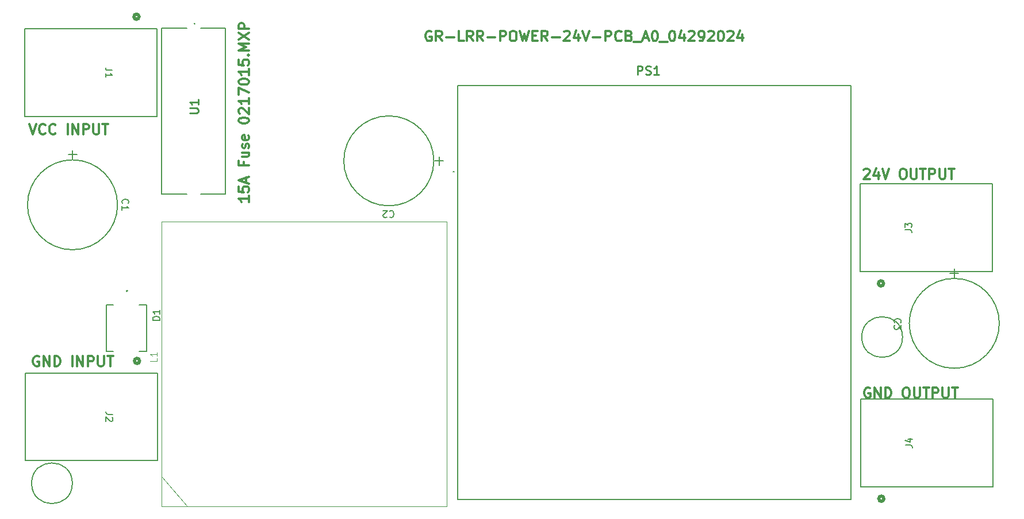
<source format=gbr>
%TF.GenerationSoftware,KiCad,Pcbnew,7.0.8*%
%TF.CreationDate,2024-04-29T16:48:28-06:00*%
%TF.ProjectId,GR-LRR-POWER-PCB-HIGH-VOLTAGE,47522d4c-5252-42d5-904f-5745522d5043,rev?*%
%TF.SameCoordinates,Original*%
%TF.FileFunction,Legend,Top*%
%TF.FilePolarity,Positive*%
%FSLAX46Y46*%
G04 Gerber Fmt 4.6, Leading zero omitted, Abs format (unit mm)*
G04 Created by KiCad (PCBNEW 7.0.8) date 2024-04-29 16:48:28*
%MOMM*%
%LPD*%
G01*
G04 APERTURE LIST*
%ADD10C,0.200000*%
%ADD11C,0.300000*%
%ADD12C,0.150000*%
%ADD13C,0.254000*%
%ADD14C,0.100000*%
%ADD15C,0.152400*%
%ADD16C,0.508000*%
%ADD17C,0.127000*%
G04 APERTURE END LIST*
D10*
X244871000Y-72307000D02*
G75*
G03*
X244871000Y-72307000I-3000000J0D01*
G01*
X122623600Y-93871600D02*
G75*
G03*
X122623600Y-93871600I-3000000J0D01*
G01*
D11*
X148626828Y-51511774D02*
X148626828Y-52368917D01*
X148626828Y-51940346D02*
X147126828Y-51940346D01*
X147126828Y-51940346D02*
X147341114Y-52083203D01*
X147341114Y-52083203D02*
X147483971Y-52226060D01*
X147483971Y-52226060D02*
X147555400Y-52368917D01*
X147126828Y-50154632D02*
X147126828Y-50868918D01*
X147126828Y-50868918D02*
X147841114Y-50940346D01*
X147841114Y-50940346D02*
X147769685Y-50868918D01*
X147769685Y-50868918D02*
X147698257Y-50726061D01*
X147698257Y-50726061D02*
X147698257Y-50368918D01*
X147698257Y-50368918D02*
X147769685Y-50226061D01*
X147769685Y-50226061D02*
X147841114Y-50154632D01*
X147841114Y-50154632D02*
X147983971Y-50083203D01*
X147983971Y-50083203D02*
X148341114Y-50083203D01*
X148341114Y-50083203D02*
X148483971Y-50154632D01*
X148483971Y-50154632D02*
X148555400Y-50226061D01*
X148555400Y-50226061D02*
X148626828Y-50368918D01*
X148626828Y-50368918D02*
X148626828Y-50726061D01*
X148626828Y-50726061D02*
X148555400Y-50868918D01*
X148555400Y-50868918D02*
X148483971Y-50940346D01*
X148198257Y-49511775D02*
X148198257Y-48797490D01*
X148626828Y-49654632D02*
X147126828Y-49154632D01*
X147126828Y-49154632D02*
X148626828Y-48654632D01*
X147841114Y-46511776D02*
X147841114Y-47011776D01*
X148626828Y-47011776D02*
X147126828Y-47011776D01*
X147126828Y-47011776D02*
X147126828Y-46297490D01*
X147626828Y-45083205D02*
X148626828Y-45083205D01*
X147626828Y-45726062D02*
X148412542Y-45726062D01*
X148412542Y-45726062D02*
X148555400Y-45654633D01*
X148555400Y-45654633D02*
X148626828Y-45511776D01*
X148626828Y-45511776D02*
X148626828Y-45297490D01*
X148626828Y-45297490D02*
X148555400Y-45154633D01*
X148555400Y-45154633D02*
X148483971Y-45083205D01*
X148555400Y-44440347D02*
X148626828Y-44297490D01*
X148626828Y-44297490D02*
X148626828Y-44011776D01*
X148626828Y-44011776D02*
X148555400Y-43868919D01*
X148555400Y-43868919D02*
X148412542Y-43797490D01*
X148412542Y-43797490D02*
X148341114Y-43797490D01*
X148341114Y-43797490D02*
X148198257Y-43868919D01*
X148198257Y-43868919D02*
X148126828Y-44011776D01*
X148126828Y-44011776D02*
X148126828Y-44226062D01*
X148126828Y-44226062D02*
X148055400Y-44368919D01*
X148055400Y-44368919D02*
X147912542Y-44440347D01*
X147912542Y-44440347D02*
X147841114Y-44440347D01*
X147841114Y-44440347D02*
X147698257Y-44368919D01*
X147698257Y-44368919D02*
X147626828Y-44226062D01*
X147626828Y-44226062D02*
X147626828Y-44011776D01*
X147626828Y-44011776D02*
X147698257Y-43868919D01*
X148555400Y-42583204D02*
X148626828Y-42726061D01*
X148626828Y-42726061D02*
X148626828Y-43011776D01*
X148626828Y-43011776D02*
X148555400Y-43154633D01*
X148555400Y-43154633D02*
X148412542Y-43226061D01*
X148412542Y-43226061D02*
X147841114Y-43226061D01*
X147841114Y-43226061D02*
X147698257Y-43154633D01*
X147698257Y-43154633D02*
X147626828Y-43011776D01*
X147626828Y-43011776D02*
X147626828Y-42726061D01*
X147626828Y-42726061D02*
X147698257Y-42583204D01*
X147698257Y-42583204D02*
X147841114Y-42511776D01*
X147841114Y-42511776D02*
X147983971Y-42511776D01*
X147983971Y-42511776D02*
X148126828Y-43226061D01*
X147126828Y-40440347D02*
X147126828Y-40297490D01*
X147126828Y-40297490D02*
X147198257Y-40154633D01*
X147198257Y-40154633D02*
X147269685Y-40083205D01*
X147269685Y-40083205D02*
X147412542Y-40011776D01*
X147412542Y-40011776D02*
X147698257Y-39940347D01*
X147698257Y-39940347D02*
X148055400Y-39940347D01*
X148055400Y-39940347D02*
X148341114Y-40011776D01*
X148341114Y-40011776D02*
X148483971Y-40083205D01*
X148483971Y-40083205D02*
X148555400Y-40154633D01*
X148555400Y-40154633D02*
X148626828Y-40297490D01*
X148626828Y-40297490D02*
X148626828Y-40440347D01*
X148626828Y-40440347D02*
X148555400Y-40583205D01*
X148555400Y-40583205D02*
X148483971Y-40654633D01*
X148483971Y-40654633D02*
X148341114Y-40726062D01*
X148341114Y-40726062D02*
X148055400Y-40797490D01*
X148055400Y-40797490D02*
X147698257Y-40797490D01*
X147698257Y-40797490D02*
X147412542Y-40726062D01*
X147412542Y-40726062D02*
X147269685Y-40654633D01*
X147269685Y-40654633D02*
X147198257Y-40583205D01*
X147198257Y-40583205D02*
X147126828Y-40440347D01*
X147269685Y-39368919D02*
X147198257Y-39297491D01*
X147198257Y-39297491D02*
X147126828Y-39154634D01*
X147126828Y-39154634D02*
X147126828Y-38797491D01*
X147126828Y-38797491D02*
X147198257Y-38654634D01*
X147198257Y-38654634D02*
X147269685Y-38583205D01*
X147269685Y-38583205D02*
X147412542Y-38511776D01*
X147412542Y-38511776D02*
X147555400Y-38511776D01*
X147555400Y-38511776D02*
X147769685Y-38583205D01*
X147769685Y-38583205D02*
X148626828Y-39440348D01*
X148626828Y-39440348D02*
X148626828Y-38511776D01*
X148626828Y-37083205D02*
X148626828Y-37940348D01*
X148626828Y-37511777D02*
X147126828Y-37511777D01*
X147126828Y-37511777D02*
X147341114Y-37654634D01*
X147341114Y-37654634D02*
X147483971Y-37797491D01*
X147483971Y-37797491D02*
X147555400Y-37940348D01*
X147126828Y-36583206D02*
X147126828Y-35583206D01*
X147126828Y-35583206D02*
X148626828Y-36226063D01*
X147126828Y-34726063D02*
X147126828Y-34583206D01*
X147126828Y-34583206D02*
X147198257Y-34440349D01*
X147198257Y-34440349D02*
X147269685Y-34368921D01*
X147269685Y-34368921D02*
X147412542Y-34297492D01*
X147412542Y-34297492D02*
X147698257Y-34226063D01*
X147698257Y-34226063D02*
X148055400Y-34226063D01*
X148055400Y-34226063D02*
X148341114Y-34297492D01*
X148341114Y-34297492D02*
X148483971Y-34368921D01*
X148483971Y-34368921D02*
X148555400Y-34440349D01*
X148555400Y-34440349D02*
X148626828Y-34583206D01*
X148626828Y-34583206D02*
X148626828Y-34726063D01*
X148626828Y-34726063D02*
X148555400Y-34868921D01*
X148555400Y-34868921D02*
X148483971Y-34940349D01*
X148483971Y-34940349D02*
X148341114Y-35011778D01*
X148341114Y-35011778D02*
X148055400Y-35083206D01*
X148055400Y-35083206D02*
X147698257Y-35083206D01*
X147698257Y-35083206D02*
X147412542Y-35011778D01*
X147412542Y-35011778D02*
X147269685Y-34940349D01*
X147269685Y-34940349D02*
X147198257Y-34868921D01*
X147198257Y-34868921D02*
X147126828Y-34726063D01*
X148626828Y-32797492D02*
X148626828Y-33654635D01*
X148626828Y-33226064D02*
X147126828Y-33226064D01*
X147126828Y-33226064D02*
X147341114Y-33368921D01*
X147341114Y-33368921D02*
X147483971Y-33511778D01*
X147483971Y-33511778D02*
X147555400Y-33654635D01*
X147126828Y-31440350D02*
X147126828Y-32154636D01*
X147126828Y-32154636D02*
X147841114Y-32226064D01*
X147841114Y-32226064D02*
X147769685Y-32154636D01*
X147769685Y-32154636D02*
X147698257Y-32011779D01*
X147698257Y-32011779D02*
X147698257Y-31654636D01*
X147698257Y-31654636D02*
X147769685Y-31511779D01*
X147769685Y-31511779D02*
X147841114Y-31440350D01*
X147841114Y-31440350D02*
X147983971Y-31368921D01*
X147983971Y-31368921D02*
X148341114Y-31368921D01*
X148341114Y-31368921D02*
X148483971Y-31440350D01*
X148483971Y-31440350D02*
X148555400Y-31511779D01*
X148555400Y-31511779D02*
X148626828Y-31654636D01*
X148626828Y-31654636D02*
X148626828Y-32011779D01*
X148626828Y-32011779D02*
X148555400Y-32154636D01*
X148555400Y-32154636D02*
X148483971Y-32226064D01*
X148483971Y-30726065D02*
X148555400Y-30654636D01*
X148555400Y-30654636D02*
X148626828Y-30726065D01*
X148626828Y-30726065D02*
X148555400Y-30797493D01*
X148555400Y-30797493D02*
X148483971Y-30726065D01*
X148483971Y-30726065D02*
X148626828Y-30726065D01*
X148626828Y-30011779D02*
X147126828Y-30011779D01*
X147126828Y-30011779D02*
X148198257Y-29511779D01*
X148198257Y-29511779D02*
X147126828Y-29011779D01*
X147126828Y-29011779D02*
X148626828Y-29011779D01*
X147126828Y-28440350D02*
X148626828Y-27440350D01*
X147126828Y-27440350D02*
X148626828Y-28440350D01*
X148626828Y-26868922D02*
X147126828Y-26868922D01*
X147126828Y-26868922D02*
X147126828Y-26297493D01*
X147126828Y-26297493D02*
X147198257Y-26154636D01*
X147198257Y-26154636D02*
X147269685Y-26083207D01*
X147269685Y-26083207D02*
X147412542Y-26011779D01*
X147412542Y-26011779D02*
X147626828Y-26011779D01*
X147626828Y-26011779D02*
X147769685Y-26083207D01*
X147769685Y-26083207D02*
X147841114Y-26154636D01*
X147841114Y-26154636D02*
X147912542Y-26297493D01*
X147912542Y-26297493D02*
X147912542Y-26868922D01*
X240064226Y-79837656D02*
X239921369Y-79766227D01*
X239921369Y-79766227D02*
X239707083Y-79766227D01*
X239707083Y-79766227D02*
X239492797Y-79837656D01*
X239492797Y-79837656D02*
X239349940Y-79980513D01*
X239349940Y-79980513D02*
X239278511Y-80123370D01*
X239278511Y-80123370D02*
X239207083Y-80409084D01*
X239207083Y-80409084D02*
X239207083Y-80623370D01*
X239207083Y-80623370D02*
X239278511Y-80909084D01*
X239278511Y-80909084D02*
X239349940Y-81051941D01*
X239349940Y-81051941D02*
X239492797Y-81194799D01*
X239492797Y-81194799D02*
X239707083Y-81266227D01*
X239707083Y-81266227D02*
X239849940Y-81266227D01*
X239849940Y-81266227D02*
X240064226Y-81194799D01*
X240064226Y-81194799D02*
X240135654Y-81123370D01*
X240135654Y-81123370D02*
X240135654Y-80623370D01*
X240135654Y-80623370D02*
X239849940Y-80623370D01*
X240778511Y-81266227D02*
X240778511Y-79766227D01*
X240778511Y-79766227D02*
X241635654Y-81266227D01*
X241635654Y-81266227D02*
X241635654Y-79766227D01*
X242349940Y-81266227D02*
X242349940Y-79766227D01*
X242349940Y-79766227D02*
X242707083Y-79766227D01*
X242707083Y-79766227D02*
X242921369Y-79837656D01*
X242921369Y-79837656D02*
X243064226Y-79980513D01*
X243064226Y-79980513D02*
X243135655Y-80123370D01*
X243135655Y-80123370D02*
X243207083Y-80409084D01*
X243207083Y-80409084D02*
X243207083Y-80623370D01*
X243207083Y-80623370D02*
X243135655Y-80909084D01*
X243135655Y-80909084D02*
X243064226Y-81051941D01*
X243064226Y-81051941D02*
X242921369Y-81194799D01*
X242921369Y-81194799D02*
X242707083Y-81266227D01*
X242707083Y-81266227D02*
X242349940Y-81266227D01*
X245278512Y-79766227D02*
X245564226Y-79766227D01*
X245564226Y-79766227D02*
X245707083Y-79837656D01*
X245707083Y-79837656D02*
X245849940Y-79980513D01*
X245849940Y-79980513D02*
X245921369Y-80266227D01*
X245921369Y-80266227D02*
X245921369Y-80766227D01*
X245921369Y-80766227D02*
X245849940Y-81051941D01*
X245849940Y-81051941D02*
X245707083Y-81194799D01*
X245707083Y-81194799D02*
X245564226Y-81266227D01*
X245564226Y-81266227D02*
X245278512Y-81266227D01*
X245278512Y-81266227D02*
X245135655Y-81194799D01*
X245135655Y-81194799D02*
X244992797Y-81051941D01*
X244992797Y-81051941D02*
X244921369Y-80766227D01*
X244921369Y-80766227D02*
X244921369Y-80266227D01*
X244921369Y-80266227D02*
X244992797Y-79980513D01*
X244992797Y-79980513D02*
X245135655Y-79837656D01*
X245135655Y-79837656D02*
X245278512Y-79766227D01*
X246564226Y-79766227D02*
X246564226Y-80980513D01*
X246564226Y-80980513D02*
X246635655Y-81123370D01*
X246635655Y-81123370D02*
X246707084Y-81194799D01*
X246707084Y-81194799D02*
X246849941Y-81266227D01*
X246849941Y-81266227D02*
X247135655Y-81266227D01*
X247135655Y-81266227D02*
X247278512Y-81194799D01*
X247278512Y-81194799D02*
X247349941Y-81123370D01*
X247349941Y-81123370D02*
X247421369Y-80980513D01*
X247421369Y-80980513D02*
X247421369Y-79766227D01*
X247921370Y-79766227D02*
X248778513Y-79766227D01*
X248349941Y-81266227D02*
X248349941Y-79766227D01*
X249278512Y-81266227D02*
X249278512Y-79766227D01*
X249278512Y-79766227D02*
X249849941Y-79766227D01*
X249849941Y-79766227D02*
X249992798Y-79837656D01*
X249992798Y-79837656D02*
X250064227Y-79909084D01*
X250064227Y-79909084D02*
X250135655Y-80051941D01*
X250135655Y-80051941D02*
X250135655Y-80266227D01*
X250135655Y-80266227D02*
X250064227Y-80409084D01*
X250064227Y-80409084D02*
X249992798Y-80480513D01*
X249992798Y-80480513D02*
X249849941Y-80551941D01*
X249849941Y-80551941D02*
X249278512Y-80551941D01*
X250778512Y-79766227D02*
X250778512Y-80980513D01*
X250778512Y-80980513D02*
X250849941Y-81123370D01*
X250849941Y-81123370D02*
X250921370Y-81194799D01*
X250921370Y-81194799D02*
X251064227Y-81266227D01*
X251064227Y-81266227D02*
X251349941Y-81266227D01*
X251349941Y-81266227D02*
X251492798Y-81194799D01*
X251492798Y-81194799D02*
X251564227Y-81123370D01*
X251564227Y-81123370D02*
X251635655Y-80980513D01*
X251635655Y-80980513D02*
X251635655Y-79766227D01*
X252135656Y-79766227D02*
X252992799Y-79766227D01*
X252564227Y-81266227D02*
X252564227Y-79766227D01*
X116280825Y-40889828D02*
X116780825Y-42389828D01*
X116780825Y-42389828D02*
X117280825Y-40889828D01*
X118637967Y-42246971D02*
X118566539Y-42318400D01*
X118566539Y-42318400D02*
X118352253Y-42389828D01*
X118352253Y-42389828D02*
X118209396Y-42389828D01*
X118209396Y-42389828D02*
X117995110Y-42318400D01*
X117995110Y-42318400D02*
X117852253Y-42175542D01*
X117852253Y-42175542D02*
X117780824Y-42032685D01*
X117780824Y-42032685D02*
X117709396Y-41746971D01*
X117709396Y-41746971D02*
X117709396Y-41532685D01*
X117709396Y-41532685D02*
X117780824Y-41246971D01*
X117780824Y-41246971D02*
X117852253Y-41104114D01*
X117852253Y-41104114D02*
X117995110Y-40961257D01*
X117995110Y-40961257D02*
X118209396Y-40889828D01*
X118209396Y-40889828D02*
X118352253Y-40889828D01*
X118352253Y-40889828D02*
X118566539Y-40961257D01*
X118566539Y-40961257D02*
X118637967Y-41032685D01*
X120137967Y-42246971D02*
X120066539Y-42318400D01*
X120066539Y-42318400D02*
X119852253Y-42389828D01*
X119852253Y-42389828D02*
X119709396Y-42389828D01*
X119709396Y-42389828D02*
X119495110Y-42318400D01*
X119495110Y-42318400D02*
X119352253Y-42175542D01*
X119352253Y-42175542D02*
X119280824Y-42032685D01*
X119280824Y-42032685D02*
X119209396Y-41746971D01*
X119209396Y-41746971D02*
X119209396Y-41532685D01*
X119209396Y-41532685D02*
X119280824Y-41246971D01*
X119280824Y-41246971D02*
X119352253Y-41104114D01*
X119352253Y-41104114D02*
X119495110Y-40961257D01*
X119495110Y-40961257D02*
X119709396Y-40889828D01*
X119709396Y-40889828D02*
X119852253Y-40889828D01*
X119852253Y-40889828D02*
X120066539Y-40961257D01*
X120066539Y-40961257D02*
X120137967Y-41032685D01*
X121923681Y-42389828D02*
X121923681Y-40889828D01*
X122637967Y-42389828D02*
X122637967Y-40889828D01*
X122637967Y-40889828D02*
X123495110Y-42389828D01*
X123495110Y-42389828D02*
X123495110Y-40889828D01*
X124209396Y-42389828D02*
X124209396Y-40889828D01*
X124209396Y-40889828D02*
X124780825Y-40889828D01*
X124780825Y-40889828D02*
X124923682Y-40961257D01*
X124923682Y-40961257D02*
X124995111Y-41032685D01*
X124995111Y-41032685D02*
X125066539Y-41175542D01*
X125066539Y-41175542D02*
X125066539Y-41389828D01*
X125066539Y-41389828D02*
X124995111Y-41532685D01*
X124995111Y-41532685D02*
X124923682Y-41604114D01*
X124923682Y-41604114D02*
X124780825Y-41675542D01*
X124780825Y-41675542D02*
X124209396Y-41675542D01*
X125709396Y-40889828D02*
X125709396Y-42104114D01*
X125709396Y-42104114D02*
X125780825Y-42246971D01*
X125780825Y-42246971D02*
X125852254Y-42318400D01*
X125852254Y-42318400D02*
X125995111Y-42389828D01*
X125995111Y-42389828D02*
X126280825Y-42389828D01*
X126280825Y-42389828D02*
X126423682Y-42318400D01*
X126423682Y-42318400D02*
X126495111Y-42246971D01*
X126495111Y-42246971D02*
X126566539Y-42104114D01*
X126566539Y-42104114D02*
X126566539Y-40889828D01*
X127066540Y-40889828D02*
X127923683Y-40889828D01*
X127495111Y-42389828D02*
X127495111Y-40889828D01*
X175466225Y-27224257D02*
X175323368Y-27152828D01*
X175323368Y-27152828D02*
X175109082Y-27152828D01*
X175109082Y-27152828D02*
X174894796Y-27224257D01*
X174894796Y-27224257D02*
X174751939Y-27367114D01*
X174751939Y-27367114D02*
X174680510Y-27509971D01*
X174680510Y-27509971D02*
X174609082Y-27795685D01*
X174609082Y-27795685D02*
X174609082Y-28009971D01*
X174609082Y-28009971D02*
X174680510Y-28295685D01*
X174680510Y-28295685D02*
X174751939Y-28438542D01*
X174751939Y-28438542D02*
X174894796Y-28581400D01*
X174894796Y-28581400D02*
X175109082Y-28652828D01*
X175109082Y-28652828D02*
X175251939Y-28652828D01*
X175251939Y-28652828D02*
X175466225Y-28581400D01*
X175466225Y-28581400D02*
X175537653Y-28509971D01*
X175537653Y-28509971D02*
X175537653Y-28009971D01*
X175537653Y-28009971D02*
X175251939Y-28009971D01*
X177037653Y-28652828D02*
X176537653Y-27938542D01*
X176180510Y-28652828D02*
X176180510Y-27152828D01*
X176180510Y-27152828D02*
X176751939Y-27152828D01*
X176751939Y-27152828D02*
X176894796Y-27224257D01*
X176894796Y-27224257D02*
X176966225Y-27295685D01*
X176966225Y-27295685D02*
X177037653Y-27438542D01*
X177037653Y-27438542D02*
X177037653Y-27652828D01*
X177037653Y-27652828D02*
X176966225Y-27795685D01*
X176966225Y-27795685D02*
X176894796Y-27867114D01*
X176894796Y-27867114D02*
X176751939Y-27938542D01*
X176751939Y-27938542D02*
X176180510Y-27938542D01*
X177680510Y-28081400D02*
X178823368Y-28081400D01*
X180251939Y-28652828D02*
X179537653Y-28652828D01*
X179537653Y-28652828D02*
X179537653Y-27152828D01*
X181609082Y-28652828D02*
X181109082Y-27938542D01*
X180751939Y-28652828D02*
X180751939Y-27152828D01*
X180751939Y-27152828D02*
X181323368Y-27152828D01*
X181323368Y-27152828D02*
X181466225Y-27224257D01*
X181466225Y-27224257D02*
X181537654Y-27295685D01*
X181537654Y-27295685D02*
X181609082Y-27438542D01*
X181609082Y-27438542D02*
X181609082Y-27652828D01*
X181609082Y-27652828D02*
X181537654Y-27795685D01*
X181537654Y-27795685D02*
X181466225Y-27867114D01*
X181466225Y-27867114D02*
X181323368Y-27938542D01*
X181323368Y-27938542D02*
X180751939Y-27938542D01*
X183109082Y-28652828D02*
X182609082Y-27938542D01*
X182251939Y-28652828D02*
X182251939Y-27152828D01*
X182251939Y-27152828D02*
X182823368Y-27152828D01*
X182823368Y-27152828D02*
X182966225Y-27224257D01*
X182966225Y-27224257D02*
X183037654Y-27295685D01*
X183037654Y-27295685D02*
X183109082Y-27438542D01*
X183109082Y-27438542D02*
X183109082Y-27652828D01*
X183109082Y-27652828D02*
X183037654Y-27795685D01*
X183037654Y-27795685D02*
X182966225Y-27867114D01*
X182966225Y-27867114D02*
X182823368Y-27938542D01*
X182823368Y-27938542D02*
X182251939Y-27938542D01*
X183751939Y-28081400D02*
X184894797Y-28081400D01*
X185609082Y-28652828D02*
X185609082Y-27152828D01*
X185609082Y-27152828D02*
X186180511Y-27152828D01*
X186180511Y-27152828D02*
X186323368Y-27224257D01*
X186323368Y-27224257D02*
X186394797Y-27295685D01*
X186394797Y-27295685D02*
X186466225Y-27438542D01*
X186466225Y-27438542D02*
X186466225Y-27652828D01*
X186466225Y-27652828D02*
X186394797Y-27795685D01*
X186394797Y-27795685D02*
X186323368Y-27867114D01*
X186323368Y-27867114D02*
X186180511Y-27938542D01*
X186180511Y-27938542D02*
X185609082Y-27938542D01*
X187394797Y-27152828D02*
X187680511Y-27152828D01*
X187680511Y-27152828D02*
X187823368Y-27224257D01*
X187823368Y-27224257D02*
X187966225Y-27367114D01*
X187966225Y-27367114D02*
X188037654Y-27652828D01*
X188037654Y-27652828D02*
X188037654Y-28152828D01*
X188037654Y-28152828D02*
X187966225Y-28438542D01*
X187966225Y-28438542D02*
X187823368Y-28581400D01*
X187823368Y-28581400D02*
X187680511Y-28652828D01*
X187680511Y-28652828D02*
X187394797Y-28652828D01*
X187394797Y-28652828D02*
X187251940Y-28581400D01*
X187251940Y-28581400D02*
X187109082Y-28438542D01*
X187109082Y-28438542D02*
X187037654Y-28152828D01*
X187037654Y-28152828D02*
X187037654Y-27652828D01*
X187037654Y-27652828D02*
X187109082Y-27367114D01*
X187109082Y-27367114D02*
X187251940Y-27224257D01*
X187251940Y-27224257D02*
X187394797Y-27152828D01*
X188537654Y-27152828D02*
X188894797Y-28652828D01*
X188894797Y-28652828D02*
X189180511Y-27581400D01*
X189180511Y-27581400D02*
X189466226Y-28652828D01*
X189466226Y-28652828D02*
X189823369Y-27152828D01*
X190394797Y-27867114D02*
X190894797Y-27867114D01*
X191109083Y-28652828D02*
X190394797Y-28652828D01*
X190394797Y-28652828D02*
X190394797Y-27152828D01*
X190394797Y-27152828D02*
X191109083Y-27152828D01*
X192609083Y-28652828D02*
X192109083Y-27938542D01*
X191751940Y-28652828D02*
X191751940Y-27152828D01*
X191751940Y-27152828D02*
X192323369Y-27152828D01*
X192323369Y-27152828D02*
X192466226Y-27224257D01*
X192466226Y-27224257D02*
X192537655Y-27295685D01*
X192537655Y-27295685D02*
X192609083Y-27438542D01*
X192609083Y-27438542D02*
X192609083Y-27652828D01*
X192609083Y-27652828D02*
X192537655Y-27795685D01*
X192537655Y-27795685D02*
X192466226Y-27867114D01*
X192466226Y-27867114D02*
X192323369Y-27938542D01*
X192323369Y-27938542D02*
X191751940Y-27938542D01*
X193251940Y-28081400D02*
X194394798Y-28081400D01*
X195037655Y-27295685D02*
X195109083Y-27224257D01*
X195109083Y-27224257D02*
X195251941Y-27152828D01*
X195251941Y-27152828D02*
X195609083Y-27152828D01*
X195609083Y-27152828D02*
X195751941Y-27224257D01*
X195751941Y-27224257D02*
X195823369Y-27295685D01*
X195823369Y-27295685D02*
X195894798Y-27438542D01*
X195894798Y-27438542D02*
X195894798Y-27581400D01*
X195894798Y-27581400D02*
X195823369Y-27795685D01*
X195823369Y-27795685D02*
X194966226Y-28652828D01*
X194966226Y-28652828D02*
X195894798Y-28652828D01*
X197180512Y-27652828D02*
X197180512Y-28652828D01*
X196823369Y-27081400D02*
X196466226Y-28152828D01*
X196466226Y-28152828D02*
X197394797Y-28152828D01*
X197751940Y-27152828D02*
X198251940Y-28652828D01*
X198251940Y-28652828D02*
X198751940Y-27152828D01*
X199251939Y-28081400D02*
X200394797Y-28081400D01*
X201109082Y-28652828D02*
X201109082Y-27152828D01*
X201109082Y-27152828D02*
X201680511Y-27152828D01*
X201680511Y-27152828D02*
X201823368Y-27224257D01*
X201823368Y-27224257D02*
X201894797Y-27295685D01*
X201894797Y-27295685D02*
X201966225Y-27438542D01*
X201966225Y-27438542D02*
X201966225Y-27652828D01*
X201966225Y-27652828D02*
X201894797Y-27795685D01*
X201894797Y-27795685D02*
X201823368Y-27867114D01*
X201823368Y-27867114D02*
X201680511Y-27938542D01*
X201680511Y-27938542D02*
X201109082Y-27938542D01*
X203466225Y-28509971D02*
X203394797Y-28581400D01*
X203394797Y-28581400D02*
X203180511Y-28652828D01*
X203180511Y-28652828D02*
X203037654Y-28652828D01*
X203037654Y-28652828D02*
X202823368Y-28581400D01*
X202823368Y-28581400D02*
X202680511Y-28438542D01*
X202680511Y-28438542D02*
X202609082Y-28295685D01*
X202609082Y-28295685D02*
X202537654Y-28009971D01*
X202537654Y-28009971D02*
X202537654Y-27795685D01*
X202537654Y-27795685D02*
X202609082Y-27509971D01*
X202609082Y-27509971D02*
X202680511Y-27367114D01*
X202680511Y-27367114D02*
X202823368Y-27224257D01*
X202823368Y-27224257D02*
X203037654Y-27152828D01*
X203037654Y-27152828D02*
X203180511Y-27152828D01*
X203180511Y-27152828D02*
X203394797Y-27224257D01*
X203394797Y-27224257D02*
X203466225Y-27295685D01*
X204609082Y-27867114D02*
X204823368Y-27938542D01*
X204823368Y-27938542D02*
X204894797Y-28009971D01*
X204894797Y-28009971D02*
X204966225Y-28152828D01*
X204966225Y-28152828D02*
X204966225Y-28367114D01*
X204966225Y-28367114D02*
X204894797Y-28509971D01*
X204894797Y-28509971D02*
X204823368Y-28581400D01*
X204823368Y-28581400D02*
X204680511Y-28652828D01*
X204680511Y-28652828D02*
X204109082Y-28652828D01*
X204109082Y-28652828D02*
X204109082Y-27152828D01*
X204109082Y-27152828D02*
X204609082Y-27152828D01*
X204609082Y-27152828D02*
X204751940Y-27224257D01*
X204751940Y-27224257D02*
X204823368Y-27295685D01*
X204823368Y-27295685D02*
X204894797Y-27438542D01*
X204894797Y-27438542D02*
X204894797Y-27581400D01*
X204894797Y-27581400D02*
X204823368Y-27724257D01*
X204823368Y-27724257D02*
X204751940Y-27795685D01*
X204751940Y-27795685D02*
X204609082Y-27867114D01*
X204609082Y-27867114D02*
X204109082Y-27867114D01*
X205251940Y-28795685D02*
X206394797Y-28795685D01*
X206680511Y-28224257D02*
X207394797Y-28224257D01*
X206537654Y-28652828D02*
X207037654Y-27152828D01*
X207037654Y-27152828D02*
X207537654Y-28652828D01*
X208323368Y-27152828D02*
X208466225Y-27152828D01*
X208466225Y-27152828D02*
X208609082Y-27224257D01*
X208609082Y-27224257D02*
X208680511Y-27295685D01*
X208680511Y-27295685D02*
X208751939Y-27438542D01*
X208751939Y-27438542D02*
X208823368Y-27724257D01*
X208823368Y-27724257D02*
X208823368Y-28081400D01*
X208823368Y-28081400D02*
X208751939Y-28367114D01*
X208751939Y-28367114D02*
X208680511Y-28509971D01*
X208680511Y-28509971D02*
X208609082Y-28581400D01*
X208609082Y-28581400D02*
X208466225Y-28652828D01*
X208466225Y-28652828D02*
X208323368Y-28652828D01*
X208323368Y-28652828D02*
X208180511Y-28581400D01*
X208180511Y-28581400D02*
X208109082Y-28509971D01*
X208109082Y-28509971D02*
X208037653Y-28367114D01*
X208037653Y-28367114D02*
X207966225Y-28081400D01*
X207966225Y-28081400D02*
X207966225Y-27724257D01*
X207966225Y-27724257D02*
X208037653Y-27438542D01*
X208037653Y-27438542D02*
X208109082Y-27295685D01*
X208109082Y-27295685D02*
X208180511Y-27224257D01*
X208180511Y-27224257D02*
X208323368Y-27152828D01*
X209109082Y-28795685D02*
X210251939Y-28795685D01*
X210894796Y-27152828D02*
X211037653Y-27152828D01*
X211037653Y-27152828D02*
X211180510Y-27224257D01*
X211180510Y-27224257D02*
X211251939Y-27295685D01*
X211251939Y-27295685D02*
X211323367Y-27438542D01*
X211323367Y-27438542D02*
X211394796Y-27724257D01*
X211394796Y-27724257D02*
X211394796Y-28081400D01*
X211394796Y-28081400D02*
X211323367Y-28367114D01*
X211323367Y-28367114D02*
X211251939Y-28509971D01*
X211251939Y-28509971D02*
X211180510Y-28581400D01*
X211180510Y-28581400D02*
X211037653Y-28652828D01*
X211037653Y-28652828D02*
X210894796Y-28652828D01*
X210894796Y-28652828D02*
X210751939Y-28581400D01*
X210751939Y-28581400D02*
X210680510Y-28509971D01*
X210680510Y-28509971D02*
X210609081Y-28367114D01*
X210609081Y-28367114D02*
X210537653Y-28081400D01*
X210537653Y-28081400D02*
X210537653Y-27724257D01*
X210537653Y-27724257D02*
X210609081Y-27438542D01*
X210609081Y-27438542D02*
X210680510Y-27295685D01*
X210680510Y-27295685D02*
X210751939Y-27224257D01*
X210751939Y-27224257D02*
X210894796Y-27152828D01*
X212680510Y-27652828D02*
X212680510Y-28652828D01*
X212323367Y-27081400D02*
X211966224Y-28152828D01*
X211966224Y-28152828D02*
X212894795Y-28152828D01*
X213394795Y-27295685D02*
X213466223Y-27224257D01*
X213466223Y-27224257D02*
X213609081Y-27152828D01*
X213609081Y-27152828D02*
X213966223Y-27152828D01*
X213966223Y-27152828D02*
X214109081Y-27224257D01*
X214109081Y-27224257D02*
X214180509Y-27295685D01*
X214180509Y-27295685D02*
X214251938Y-27438542D01*
X214251938Y-27438542D02*
X214251938Y-27581400D01*
X214251938Y-27581400D02*
X214180509Y-27795685D01*
X214180509Y-27795685D02*
X213323366Y-28652828D01*
X213323366Y-28652828D02*
X214251938Y-28652828D01*
X214966223Y-28652828D02*
X215251937Y-28652828D01*
X215251937Y-28652828D02*
X215394794Y-28581400D01*
X215394794Y-28581400D02*
X215466223Y-28509971D01*
X215466223Y-28509971D02*
X215609080Y-28295685D01*
X215609080Y-28295685D02*
X215680509Y-28009971D01*
X215680509Y-28009971D02*
X215680509Y-27438542D01*
X215680509Y-27438542D02*
X215609080Y-27295685D01*
X215609080Y-27295685D02*
X215537652Y-27224257D01*
X215537652Y-27224257D02*
X215394794Y-27152828D01*
X215394794Y-27152828D02*
X215109080Y-27152828D01*
X215109080Y-27152828D02*
X214966223Y-27224257D01*
X214966223Y-27224257D02*
X214894794Y-27295685D01*
X214894794Y-27295685D02*
X214823366Y-27438542D01*
X214823366Y-27438542D02*
X214823366Y-27795685D01*
X214823366Y-27795685D02*
X214894794Y-27938542D01*
X214894794Y-27938542D02*
X214966223Y-28009971D01*
X214966223Y-28009971D02*
X215109080Y-28081400D01*
X215109080Y-28081400D02*
X215394794Y-28081400D01*
X215394794Y-28081400D02*
X215537652Y-28009971D01*
X215537652Y-28009971D02*
X215609080Y-27938542D01*
X215609080Y-27938542D02*
X215680509Y-27795685D01*
X216251937Y-27295685D02*
X216323365Y-27224257D01*
X216323365Y-27224257D02*
X216466223Y-27152828D01*
X216466223Y-27152828D02*
X216823365Y-27152828D01*
X216823365Y-27152828D02*
X216966223Y-27224257D01*
X216966223Y-27224257D02*
X217037651Y-27295685D01*
X217037651Y-27295685D02*
X217109080Y-27438542D01*
X217109080Y-27438542D02*
X217109080Y-27581400D01*
X217109080Y-27581400D02*
X217037651Y-27795685D01*
X217037651Y-27795685D02*
X216180508Y-28652828D01*
X216180508Y-28652828D02*
X217109080Y-28652828D01*
X218037651Y-27152828D02*
X218180508Y-27152828D01*
X218180508Y-27152828D02*
X218323365Y-27224257D01*
X218323365Y-27224257D02*
X218394794Y-27295685D01*
X218394794Y-27295685D02*
X218466222Y-27438542D01*
X218466222Y-27438542D02*
X218537651Y-27724257D01*
X218537651Y-27724257D02*
X218537651Y-28081400D01*
X218537651Y-28081400D02*
X218466222Y-28367114D01*
X218466222Y-28367114D02*
X218394794Y-28509971D01*
X218394794Y-28509971D02*
X218323365Y-28581400D01*
X218323365Y-28581400D02*
X218180508Y-28652828D01*
X218180508Y-28652828D02*
X218037651Y-28652828D01*
X218037651Y-28652828D02*
X217894794Y-28581400D01*
X217894794Y-28581400D02*
X217823365Y-28509971D01*
X217823365Y-28509971D02*
X217751936Y-28367114D01*
X217751936Y-28367114D02*
X217680508Y-28081400D01*
X217680508Y-28081400D02*
X217680508Y-27724257D01*
X217680508Y-27724257D02*
X217751936Y-27438542D01*
X217751936Y-27438542D02*
X217823365Y-27295685D01*
X217823365Y-27295685D02*
X217894794Y-27224257D01*
X217894794Y-27224257D02*
X218037651Y-27152828D01*
X219109079Y-27295685D02*
X219180507Y-27224257D01*
X219180507Y-27224257D02*
X219323365Y-27152828D01*
X219323365Y-27152828D02*
X219680507Y-27152828D01*
X219680507Y-27152828D02*
X219823365Y-27224257D01*
X219823365Y-27224257D02*
X219894793Y-27295685D01*
X219894793Y-27295685D02*
X219966222Y-27438542D01*
X219966222Y-27438542D02*
X219966222Y-27581400D01*
X219966222Y-27581400D02*
X219894793Y-27795685D01*
X219894793Y-27795685D02*
X219037650Y-28652828D01*
X219037650Y-28652828D02*
X219966222Y-28652828D01*
X221251936Y-27652828D02*
X221251936Y-28652828D01*
X220894793Y-27081400D02*
X220537650Y-28152828D01*
X220537650Y-28152828D02*
X221466221Y-28152828D01*
X117687225Y-75175057D02*
X117544368Y-75103628D01*
X117544368Y-75103628D02*
X117330082Y-75103628D01*
X117330082Y-75103628D02*
X117115796Y-75175057D01*
X117115796Y-75175057D02*
X116972939Y-75317914D01*
X116972939Y-75317914D02*
X116901510Y-75460771D01*
X116901510Y-75460771D02*
X116830082Y-75746485D01*
X116830082Y-75746485D02*
X116830082Y-75960771D01*
X116830082Y-75960771D02*
X116901510Y-76246485D01*
X116901510Y-76246485D02*
X116972939Y-76389342D01*
X116972939Y-76389342D02*
X117115796Y-76532200D01*
X117115796Y-76532200D02*
X117330082Y-76603628D01*
X117330082Y-76603628D02*
X117472939Y-76603628D01*
X117472939Y-76603628D02*
X117687225Y-76532200D01*
X117687225Y-76532200D02*
X117758653Y-76460771D01*
X117758653Y-76460771D02*
X117758653Y-75960771D01*
X117758653Y-75960771D02*
X117472939Y-75960771D01*
X118401510Y-76603628D02*
X118401510Y-75103628D01*
X118401510Y-75103628D02*
X119258653Y-76603628D01*
X119258653Y-76603628D02*
X119258653Y-75103628D01*
X119972939Y-76603628D02*
X119972939Y-75103628D01*
X119972939Y-75103628D02*
X120330082Y-75103628D01*
X120330082Y-75103628D02*
X120544368Y-75175057D01*
X120544368Y-75175057D02*
X120687225Y-75317914D01*
X120687225Y-75317914D02*
X120758654Y-75460771D01*
X120758654Y-75460771D02*
X120830082Y-75746485D01*
X120830082Y-75746485D02*
X120830082Y-75960771D01*
X120830082Y-75960771D02*
X120758654Y-76246485D01*
X120758654Y-76246485D02*
X120687225Y-76389342D01*
X120687225Y-76389342D02*
X120544368Y-76532200D01*
X120544368Y-76532200D02*
X120330082Y-76603628D01*
X120330082Y-76603628D02*
X119972939Y-76603628D01*
X122615796Y-76603628D02*
X122615796Y-75103628D01*
X123330082Y-76603628D02*
X123330082Y-75103628D01*
X123330082Y-75103628D02*
X124187225Y-76603628D01*
X124187225Y-76603628D02*
X124187225Y-75103628D01*
X124901511Y-76603628D02*
X124901511Y-75103628D01*
X124901511Y-75103628D02*
X125472940Y-75103628D01*
X125472940Y-75103628D02*
X125615797Y-75175057D01*
X125615797Y-75175057D02*
X125687226Y-75246485D01*
X125687226Y-75246485D02*
X125758654Y-75389342D01*
X125758654Y-75389342D02*
X125758654Y-75603628D01*
X125758654Y-75603628D02*
X125687226Y-75746485D01*
X125687226Y-75746485D02*
X125615797Y-75817914D01*
X125615797Y-75817914D02*
X125472940Y-75889342D01*
X125472940Y-75889342D02*
X124901511Y-75889342D01*
X126401511Y-75103628D02*
X126401511Y-76317914D01*
X126401511Y-76317914D02*
X126472940Y-76460771D01*
X126472940Y-76460771D02*
X126544369Y-76532200D01*
X126544369Y-76532200D02*
X126687226Y-76603628D01*
X126687226Y-76603628D02*
X126972940Y-76603628D01*
X126972940Y-76603628D02*
X127115797Y-76532200D01*
X127115797Y-76532200D02*
X127187226Y-76460771D01*
X127187226Y-76460771D02*
X127258654Y-76317914D01*
X127258654Y-76317914D02*
X127258654Y-75103628D01*
X127758655Y-75103628D02*
X128615798Y-75103628D01*
X128187226Y-76603628D02*
X128187226Y-75103628D01*
X239177482Y-47625684D02*
X239248910Y-47554256D01*
X239248910Y-47554256D02*
X239391768Y-47482827D01*
X239391768Y-47482827D02*
X239748910Y-47482827D01*
X239748910Y-47482827D02*
X239891768Y-47554256D01*
X239891768Y-47554256D02*
X239963196Y-47625684D01*
X239963196Y-47625684D02*
X240034625Y-47768541D01*
X240034625Y-47768541D02*
X240034625Y-47911399D01*
X240034625Y-47911399D02*
X239963196Y-48125684D01*
X239963196Y-48125684D02*
X239106053Y-48982827D01*
X239106053Y-48982827D02*
X240034625Y-48982827D01*
X241320339Y-47982827D02*
X241320339Y-48982827D01*
X240963196Y-47411399D02*
X240606053Y-48482827D01*
X240606053Y-48482827D02*
X241534624Y-48482827D01*
X241891767Y-47482827D02*
X242391767Y-48982827D01*
X242391767Y-48982827D02*
X242891767Y-47482827D01*
X244820338Y-47482827D02*
X245106052Y-47482827D01*
X245106052Y-47482827D02*
X245248909Y-47554256D01*
X245248909Y-47554256D02*
X245391766Y-47697113D01*
X245391766Y-47697113D02*
X245463195Y-47982827D01*
X245463195Y-47982827D02*
X245463195Y-48482827D01*
X245463195Y-48482827D02*
X245391766Y-48768541D01*
X245391766Y-48768541D02*
X245248909Y-48911399D01*
X245248909Y-48911399D02*
X245106052Y-48982827D01*
X245106052Y-48982827D02*
X244820338Y-48982827D01*
X244820338Y-48982827D02*
X244677481Y-48911399D01*
X244677481Y-48911399D02*
X244534623Y-48768541D01*
X244534623Y-48768541D02*
X244463195Y-48482827D01*
X244463195Y-48482827D02*
X244463195Y-47982827D01*
X244463195Y-47982827D02*
X244534623Y-47697113D01*
X244534623Y-47697113D02*
X244677481Y-47554256D01*
X244677481Y-47554256D02*
X244820338Y-47482827D01*
X246106052Y-47482827D02*
X246106052Y-48697113D01*
X246106052Y-48697113D02*
X246177481Y-48839970D01*
X246177481Y-48839970D02*
X246248910Y-48911399D01*
X246248910Y-48911399D02*
X246391767Y-48982827D01*
X246391767Y-48982827D02*
X246677481Y-48982827D01*
X246677481Y-48982827D02*
X246820338Y-48911399D01*
X246820338Y-48911399D02*
X246891767Y-48839970D01*
X246891767Y-48839970D02*
X246963195Y-48697113D01*
X246963195Y-48697113D02*
X246963195Y-47482827D01*
X247463196Y-47482827D02*
X248320339Y-47482827D01*
X247891767Y-48982827D02*
X247891767Y-47482827D01*
X248820338Y-48982827D02*
X248820338Y-47482827D01*
X248820338Y-47482827D02*
X249391767Y-47482827D01*
X249391767Y-47482827D02*
X249534624Y-47554256D01*
X249534624Y-47554256D02*
X249606053Y-47625684D01*
X249606053Y-47625684D02*
X249677481Y-47768541D01*
X249677481Y-47768541D02*
X249677481Y-47982827D01*
X249677481Y-47982827D02*
X249606053Y-48125684D01*
X249606053Y-48125684D02*
X249534624Y-48197113D01*
X249534624Y-48197113D02*
X249391767Y-48268541D01*
X249391767Y-48268541D02*
X248820338Y-48268541D01*
X250320338Y-47482827D02*
X250320338Y-48697113D01*
X250320338Y-48697113D02*
X250391767Y-48839970D01*
X250391767Y-48839970D02*
X250463196Y-48911399D01*
X250463196Y-48911399D02*
X250606053Y-48982827D01*
X250606053Y-48982827D02*
X250891767Y-48982827D01*
X250891767Y-48982827D02*
X251034624Y-48911399D01*
X251034624Y-48911399D02*
X251106053Y-48839970D01*
X251106053Y-48839970D02*
X251177481Y-48697113D01*
X251177481Y-48697113D02*
X251177481Y-47482827D01*
X251677482Y-47482827D02*
X252534625Y-47482827D01*
X252106053Y-48982827D02*
X252106053Y-47482827D01*
D12*
X128510580Y-32970267D02*
X127796295Y-32970267D01*
X127796295Y-32970267D02*
X127653438Y-32922648D01*
X127653438Y-32922648D02*
X127558200Y-32827410D01*
X127558200Y-32827410D02*
X127510580Y-32684553D01*
X127510580Y-32684553D02*
X127510580Y-32589315D01*
X127510580Y-33970267D02*
X127510580Y-33398839D01*
X127510580Y-33684553D02*
X128510580Y-33684553D01*
X128510580Y-33684553D02*
X128367723Y-33589315D01*
X128367723Y-33589315D02*
X128272485Y-33494077D01*
X128272485Y-33494077D02*
X128224866Y-33398839D01*
X130033619Y-52607733D02*
X129986000Y-52560114D01*
X129986000Y-52560114D02*
X129938380Y-52417257D01*
X129938380Y-52417257D02*
X129938380Y-52322019D01*
X129938380Y-52322019D02*
X129986000Y-52179162D01*
X129986000Y-52179162D02*
X130081238Y-52083924D01*
X130081238Y-52083924D02*
X130176476Y-52036305D01*
X130176476Y-52036305D02*
X130366952Y-51988686D01*
X130366952Y-51988686D02*
X130509809Y-51988686D01*
X130509809Y-51988686D02*
X130700285Y-52036305D01*
X130700285Y-52036305D02*
X130795523Y-52083924D01*
X130795523Y-52083924D02*
X130890761Y-52179162D01*
X130890761Y-52179162D02*
X130938380Y-52322019D01*
X130938380Y-52322019D02*
X130938380Y-52417257D01*
X130938380Y-52417257D02*
X130890761Y-52560114D01*
X130890761Y-52560114D02*
X130843142Y-52607733D01*
X129938380Y-53560114D02*
X129938380Y-52988686D01*
X129938380Y-53274400D02*
X130938380Y-53274400D01*
X130938380Y-53274400D02*
X130795523Y-53179162D01*
X130795523Y-53179162D02*
X130700285Y-53083924D01*
X130700285Y-53083924D02*
X130652666Y-52988686D01*
X243749419Y-70209933D02*
X243701800Y-70162314D01*
X243701800Y-70162314D02*
X243654180Y-70019457D01*
X243654180Y-70019457D02*
X243654180Y-69924219D01*
X243654180Y-69924219D02*
X243701800Y-69781362D01*
X243701800Y-69781362D02*
X243797038Y-69686124D01*
X243797038Y-69686124D02*
X243892276Y-69638505D01*
X243892276Y-69638505D02*
X244082752Y-69590886D01*
X244082752Y-69590886D02*
X244225609Y-69590886D01*
X244225609Y-69590886D02*
X244416085Y-69638505D01*
X244416085Y-69638505D02*
X244511323Y-69686124D01*
X244511323Y-69686124D02*
X244606561Y-69781362D01*
X244606561Y-69781362D02*
X244654180Y-69924219D01*
X244654180Y-69924219D02*
X244654180Y-70019457D01*
X244654180Y-70019457D02*
X244606561Y-70162314D01*
X244606561Y-70162314D02*
X244558942Y-70209933D01*
X244654180Y-70543267D02*
X244654180Y-71162314D01*
X244654180Y-71162314D02*
X244273228Y-70828981D01*
X244273228Y-70828981D02*
X244273228Y-70971838D01*
X244273228Y-70971838D02*
X244225609Y-71067076D01*
X244225609Y-71067076D02*
X244177990Y-71114695D01*
X244177990Y-71114695D02*
X244082752Y-71162314D01*
X244082752Y-71162314D02*
X243844657Y-71162314D01*
X243844657Y-71162314D02*
X243749419Y-71114695D01*
X243749419Y-71114695D02*
X243701800Y-71067076D01*
X243701800Y-71067076D02*
X243654180Y-70971838D01*
X243654180Y-70971838D02*
X243654180Y-70686124D01*
X243654180Y-70686124D02*
X243701800Y-70590886D01*
X243701800Y-70590886D02*
X243749419Y-70543267D01*
X245250818Y-56500332D02*
X245965103Y-56500332D01*
X245965103Y-56500332D02*
X246107960Y-56547951D01*
X246107960Y-56547951D02*
X246203199Y-56643189D01*
X246203199Y-56643189D02*
X246250818Y-56786046D01*
X246250818Y-56786046D02*
X246250818Y-56881284D01*
X245250818Y-56119379D02*
X245250818Y-55500332D01*
X245250818Y-55500332D02*
X245631770Y-55833665D01*
X245631770Y-55833665D02*
X245631770Y-55690808D01*
X245631770Y-55690808D02*
X245679389Y-55595570D01*
X245679389Y-55595570D02*
X245727008Y-55547951D01*
X245727008Y-55547951D02*
X245822246Y-55500332D01*
X245822246Y-55500332D02*
X246060341Y-55500332D01*
X246060341Y-55500332D02*
X246155579Y-55547951D01*
X246155579Y-55547951D02*
X246203199Y-55595570D01*
X246203199Y-55595570D02*
X246250818Y-55690808D01*
X246250818Y-55690808D02*
X246250818Y-55976522D01*
X246250818Y-55976522D02*
X246203199Y-56071760D01*
X246203199Y-56071760D02*
X246155579Y-56119379D01*
X128586581Y-83721166D02*
X127872296Y-83721166D01*
X127872296Y-83721166D02*
X127729439Y-83673547D01*
X127729439Y-83673547D02*
X127634201Y-83578309D01*
X127634201Y-83578309D02*
X127586581Y-83435452D01*
X127586581Y-83435452D02*
X127586581Y-83340214D01*
X128491343Y-84149738D02*
X128538962Y-84197357D01*
X128538962Y-84197357D02*
X128586581Y-84292595D01*
X128586581Y-84292595D02*
X128586581Y-84530690D01*
X128586581Y-84530690D02*
X128538962Y-84625928D01*
X128538962Y-84625928D02*
X128491343Y-84673547D01*
X128491343Y-84673547D02*
X128396105Y-84721166D01*
X128396105Y-84721166D02*
X128300867Y-84721166D01*
X128300867Y-84721166D02*
X128158010Y-84673547D01*
X128158010Y-84673547D02*
X127586581Y-84102119D01*
X127586581Y-84102119D02*
X127586581Y-84721166D01*
D13*
X139881318Y-39284819D02*
X140909413Y-39284819D01*
X140909413Y-39284819D02*
X141030365Y-39224342D01*
X141030365Y-39224342D02*
X141090842Y-39163866D01*
X141090842Y-39163866D02*
X141151318Y-39042914D01*
X141151318Y-39042914D02*
X141151318Y-38801009D01*
X141151318Y-38801009D02*
X141090842Y-38680057D01*
X141090842Y-38680057D02*
X141030365Y-38619580D01*
X141030365Y-38619580D02*
X140909413Y-38559104D01*
X140909413Y-38559104D02*
X139881318Y-38559104D01*
X141151318Y-37289104D02*
X141151318Y-38014819D01*
X141151318Y-37651962D02*
X139881318Y-37651962D01*
X139881318Y-37651962D02*
X140062746Y-37772914D01*
X140062746Y-37772914D02*
X140183699Y-37893866D01*
X140183699Y-37893866D02*
X140244175Y-38014819D01*
X205838456Y-33612918D02*
X205838456Y-32342918D01*
X205838456Y-32342918D02*
X206322266Y-32342918D01*
X206322266Y-32342918D02*
X206443218Y-32403394D01*
X206443218Y-32403394D02*
X206503695Y-32463870D01*
X206503695Y-32463870D02*
X206564171Y-32584822D01*
X206564171Y-32584822D02*
X206564171Y-32766251D01*
X206564171Y-32766251D02*
X206503695Y-32887203D01*
X206503695Y-32887203D02*
X206443218Y-32947680D01*
X206443218Y-32947680D02*
X206322266Y-33008156D01*
X206322266Y-33008156D02*
X205838456Y-33008156D01*
X207047980Y-33552442D02*
X207229409Y-33612918D01*
X207229409Y-33612918D02*
X207531790Y-33612918D01*
X207531790Y-33612918D02*
X207652742Y-33552442D01*
X207652742Y-33552442D02*
X207713218Y-33491965D01*
X207713218Y-33491965D02*
X207773695Y-33371013D01*
X207773695Y-33371013D02*
X207773695Y-33250061D01*
X207773695Y-33250061D02*
X207713218Y-33129108D01*
X207713218Y-33129108D02*
X207652742Y-33068632D01*
X207652742Y-33068632D02*
X207531790Y-33008156D01*
X207531790Y-33008156D02*
X207289885Y-32947680D01*
X207289885Y-32947680D02*
X207168933Y-32887203D01*
X207168933Y-32887203D02*
X207108456Y-32826727D01*
X207108456Y-32826727D02*
X207047980Y-32705775D01*
X207047980Y-32705775D02*
X207047980Y-32584822D01*
X207047980Y-32584822D02*
X207108456Y-32463870D01*
X207108456Y-32463870D02*
X207168933Y-32403394D01*
X207168933Y-32403394D02*
X207289885Y-32342918D01*
X207289885Y-32342918D02*
X207592266Y-32342918D01*
X207592266Y-32342918D02*
X207773695Y-32403394D01*
X208983219Y-33612918D02*
X208257504Y-33612918D01*
X208620361Y-33612918D02*
X208620361Y-32342918D01*
X208620361Y-32342918D02*
X208499409Y-32524346D01*
X208499409Y-32524346D02*
X208378457Y-32645299D01*
X208378457Y-32645299D02*
X208257504Y-32705775D01*
D12*
X245305819Y-88250332D02*
X246020104Y-88250332D01*
X246020104Y-88250332D02*
X246162961Y-88297951D01*
X246162961Y-88297951D02*
X246258200Y-88393189D01*
X246258200Y-88393189D02*
X246305819Y-88536046D01*
X246305819Y-88536046D02*
X246305819Y-88631284D01*
X245639152Y-87345570D02*
X246305819Y-87345570D01*
X245258200Y-87583665D02*
X245972485Y-87821760D01*
X245972485Y-87821760D02*
X245972485Y-87202713D01*
X169345666Y-53761019D02*
X169393285Y-53713400D01*
X169393285Y-53713400D02*
X169536142Y-53665780D01*
X169536142Y-53665780D02*
X169631380Y-53665780D01*
X169631380Y-53665780D02*
X169774237Y-53713400D01*
X169774237Y-53713400D02*
X169869475Y-53808638D01*
X169869475Y-53808638D02*
X169917094Y-53903876D01*
X169917094Y-53903876D02*
X169964713Y-54094352D01*
X169964713Y-54094352D02*
X169964713Y-54237209D01*
X169964713Y-54237209D02*
X169917094Y-54427685D01*
X169917094Y-54427685D02*
X169869475Y-54522923D01*
X169869475Y-54522923D02*
X169774237Y-54618161D01*
X169774237Y-54618161D02*
X169631380Y-54665780D01*
X169631380Y-54665780D02*
X169536142Y-54665780D01*
X169536142Y-54665780D02*
X169393285Y-54618161D01*
X169393285Y-54618161D02*
X169345666Y-54570542D01*
X168964713Y-54570542D02*
X168917094Y-54618161D01*
X168917094Y-54618161D02*
X168821856Y-54665780D01*
X168821856Y-54665780D02*
X168583761Y-54665780D01*
X168583761Y-54665780D02*
X168488523Y-54618161D01*
X168488523Y-54618161D02*
X168440904Y-54570542D01*
X168440904Y-54570542D02*
X168393285Y-54475304D01*
X168393285Y-54475304D02*
X168393285Y-54380066D01*
X168393285Y-54380066D02*
X168440904Y-54237209D01*
X168440904Y-54237209D02*
X169012332Y-53665780D01*
X169012332Y-53665780D02*
X168393285Y-53665780D01*
X135470819Y-69844694D02*
X134470819Y-69844694D01*
X134470819Y-69844694D02*
X134470819Y-69606599D01*
X134470819Y-69606599D02*
X134518438Y-69463742D01*
X134518438Y-69463742D02*
X134613676Y-69368504D01*
X134613676Y-69368504D02*
X134708914Y-69320885D01*
X134708914Y-69320885D02*
X134899390Y-69273266D01*
X134899390Y-69273266D02*
X135042247Y-69273266D01*
X135042247Y-69273266D02*
X135232723Y-69320885D01*
X135232723Y-69320885D02*
X135327961Y-69368504D01*
X135327961Y-69368504D02*
X135423200Y-69463742D01*
X135423200Y-69463742D02*
X135470819Y-69606599D01*
X135470819Y-69606599D02*
X135470819Y-69844694D01*
X135470819Y-68320885D02*
X135470819Y-68892313D01*
X135470819Y-68606599D02*
X134470819Y-68606599D01*
X134470819Y-68606599D02*
X134613676Y-68701837D01*
X134613676Y-68701837D02*
X134708914Y-68797075D01*
X134708914Y-68797075D02*
X134756533Y-68892313D01*
D14*
X135092419Y-75420066D02*
X135092419Y-75896256D01*
X135092419Y-75896256D02*
X134092419Y-75896256D01*
X135092419Y-74562923D02*
X135092419Y-75134351D01*
X135092419Y-74848637D02*
X134092419Y-74848637D01*
X134092419Y-74848637D02*
X134235276Y-74943875D01*
X134235276Y-74943875D02*
X134330514Y-75039113D01*
X134330514Y-75039113D02*
X134378133Y-75134351D01*
D15*
%TO.C,J1*%
X135092399Y-26852001D02*
X115635999Y-26852001D01*
X115635999Y-26852001D02*
X115635999Y-39755201D01*
X135092399Y-39755201D02*
X135092399Y-26852001D01*
X115635999Y-39755201D02*
X135092399Y-39755201D01*
D16*
X132446399Y-25074001D02*
G75*
G03*
X132446399Y-25074001I-381000J0D01*
G01*
D15*
%TO.C,C1*%
X122646200Y-44779750D02*
X122646200Y-46049750D01*
X123281200Y-45414750D02*
X122011200Y-45414750D01*
X129275600Y-52806150D02*
G75*
G03*
X129275600Y-52806150I-6629400J0D01*
G01*
%TO.C,C3*%
X252491000Y-62263200D02*
X252491000Y-63533200D01*
X253126000Y-62898200D02*
X251856000Y-62898200D01*
X259120400Y-70289600D02*
G75*
G03*
X259120400Y-70289600I-6629400J0D01*
G01*
%TO.C,J3*%
X238669000Y-62618599D02*
X258125400Y-62618599D01*
X258125400Y-62618599D02*
X258125400Y-49715399D01*
X238669000Y-49715399D02*
X238669000Y-62618599D01*
X258125400Y-49715399D02*
X238669000Y-49715399D01*
D16*
X242077000Y-64396599D02*
G75*
G03*
X242077000Y-64396599I-381000J0D01*
G01*
D15*
%TO.C,J2*%
X135168400Y-77602900D02*
X115712000Y-77602900D01*
X115712000Y-77602900D02*
X115712000Y-90506100D01*
X135168400Y-90506100D02*
X135168400Y-77602900D01*
X115712000Y-90506100D02*
X135168400Y-90506100D01*
D16*
X132522400Y-75824900D02*
G75*
G03*
X132522400Y-75824900I-381000J0D01*
G01*
D10*
%TO.C,U1*%
X145177000Y-26779200D02*
X141500000Y-26779200D01*
X145177000Y-26779200D02*
X145177000Y-51179200D01*
X135777000Y-26779200D02*
X139454000Y-26779200D01*
X145177000Y-51179200D02*
X141500000Y-51179200D01*
X135777000Y-51179200D02*
X135777000Y-26779200D01*
X135777000Y-51179200D02*
X139454000Y-51179200D01*
X140656490Y-26092200D02*
G75*
G03*
X140656490Y-26092200I-66490J0D01*
G01*
%TO.C,PS1*%
X178715800Y-47933800D02*
X178715800Y-47933800D01*
X178715800Y-47933800D02*
X178815800Y-47933800D01*
X178815800Y-47933800D02*
X178815800Y-47933800D01*
X179365800Y-35233800D02*
X179365800Y-96233800D01*
X179365800Y-96233800D02*
X237265800Y-96233800D01*
X237265800Y-35233800D02*
X179365800Y-35233800D01*
X237265800Y-96233800D02*
X237265800Y-35233800D01*
X178815800Y-47933800D02*
G75*
G03*
X178715800Y-47933800I-50000J0D01*
G01*
X178715800Y-47933800D02*
G75*
G03*
X178815800Y-47933800I50000J0D01*
G01*
D15*
%TO.C,J4*%
X238724001Y-94368599D02*
X258180401Y-94368599D01*
X258180401Y-94368599D02*
X258180401Y-81465399D01*
X238724001Y-81465399D02*
X238724001Y-94368599D01*
X258180401Y-81465399D02*
X238724001Y-81465399D01*
D16*
X242132001Y-96146599D02*
G75*
G03*
X242132001Y-96146599I-381000J0D01*
G01*
D15*
%TO.C,C2*%
X177249850Y-46322800D02*
X175979850Y-46322800D01*
X176614850Y-46957800D02*
X176614850Y-45687800D01*
X175852850Y-46322800D02*
G75*
G03*
X175852850Y-46322800I-6629400J0D01*
G01*
D17*
%TO.C,D1*%
X133523500Y-67584100D02*
X133523500Y-74439100D01*
X132471000Y-67584100D02*
X133523500Y-67584100D01*
X128671000Y-67584100D02*
X127618500Y-67584100D01*
X127618500Y-67584100D02*
X127618500Y-74439100D01*
X133523500Y-74439100D02*
X132471000Y-74439100D01*
X127618500Y-74439100D02*
X128671000Y-74439100D01*
D10*
X130771000Y-65511600D02*
G75*
G03*
X130771000Y-65511600I-100000J0D01*
G01*
D14*
%TO.C,L1*%
X135803400Y-92957200D02*
X139511800Y-97199000D01*
X135758400Y-97269400D02*
X177758400Y-97269400D01*
X177758400Y-97269400D02*
X177758400Y-55269400D01*
X177758400Y-55269400D02*
X135758400Y-55269400D01*
X135758400Y-55269400D02*
X135758400Y-97269400D01*
%TD*%
M02*

</source>
